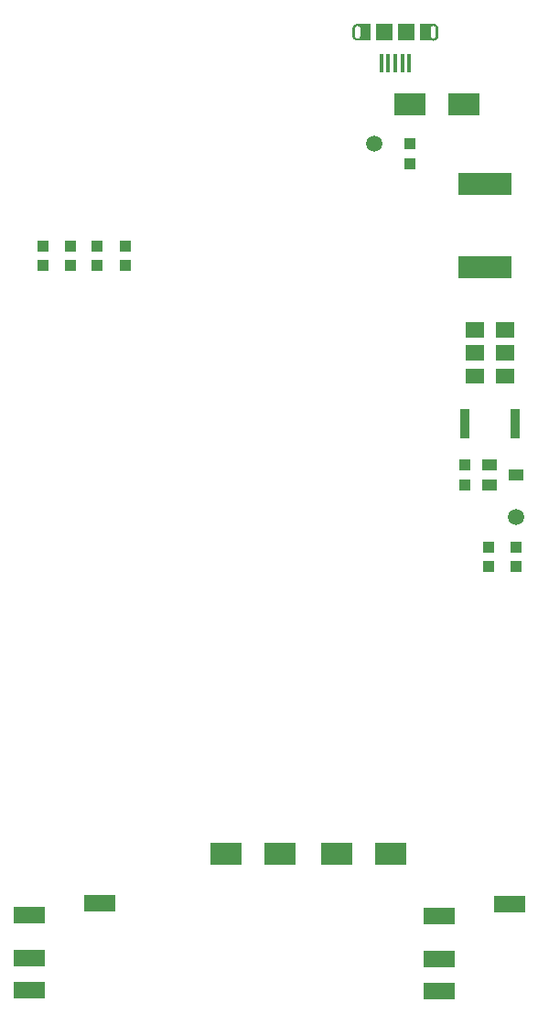
<source format=gtp>
G04*
G04 #@! TF.GenerationSoftware,Altium Limited,Altium Designer,20.0.10 (225)*
G04*
G04 Layer_Color=8421504*
%FSLAX25Y25*%
%MOIN*%
G70*
G01*
G75*
%ADD19C,0.00000*%
%ADD20R,0.19685X0.07874*%
%ADD21R,0.11811X0.05906*%
%ADD22R,0.11811X0.07874*%
%ADD23C,0.05906*%
%ADD24R,0.04300X0.04400*%
%ADD25R,0.05512X0.03937*%
%ADD26R,0.05906X0.06102*%
%ADD27R,0.01575X0.06693*%
%ADD28R,0.03819X0.11142*%
G36*
X279039Y465449D02*
X279142Y465441D01*
X279244Y465429D01*
X279346Y465410D01*
X279445Y465386D01*
X279547Y465358D01*
X279642Y465323D01*
X279736Y465283D01*
X279831Y465240D01*
X279921Y465189D01*
X280008Y465134D01*
X280095Y465079D01*
X280177Y465016D01*
X280256Y464949D01*
X280331Y464878D01*
X280402Y464803D01*
X280469Y464724D01*
X280532Y464642D01*
X280587Y464555D01*
X280642Y464468D01*
X280693Y464378D01*
X280736Y464284D01*
X280776Y464189D01*
X280811Y464094D01*
X280839Y463992D01*
X280862Y463894D01*
X280882Y463791D01*
X280894Y463689D01*
X280902Y463587D01*
X280906Y463484D01*
Y461319D01*
X280902Y461216D01*
X280894Y461114D01*
X280882Y461012D01*
X280862Y460910D01*
X280839Y460811D01*
X280811Y460709D01*
X280776Y460614D01*
X280736Y460520D01*
X280693Y460425D01*
X280642Y460335D01*
X280587Y460248D01*
X280532Y460161D01*
X280469Y460079D01*
X280402Y460000D01*
X280331Y459925D01*
X280256Y459854D01*
X280177Y459787D01*
X280095Y459724D01*
X280008Y459669D01*
X279921Y459614D01*
X279831Y459563D01*
X279736Y459520D01*
X279642Y459480D01*
X279547Y459445D01*
X279445Y459417D01*
X279346Y459394D01*
X279244Y459374D01*
X279142Y459362D01*
X279039Y459354D01*
X278937Y459350D01*
X274213D01*
Y465453D01*
X278937D01*
X279039Y465449D01*
D02*
G37*
G36*
X256102Y459350D02*
X251378D01*
X251276Y459354D01*
X251173Y459362D01*
X251071Y459374D01*
X250969Y459394D01*
X250870Y459417D01*
X250768Y459445D01*
X250673Y459480D01*
X250579Y459520D01*
X250484Y459563D01*
X250394Y459614D01*
X250307Y459669D01*
X250220Y459724D01*
X250138Y459787D01*
X250059Y459854D01*
X249984Y459925D01*
X249913Y460000D01*
X249847Y460079D01*
X249783Y460161D01*
X249728Y460248D01*
X249673Y460335D01*
X249622Y460425D01*
X249579Y460520D01*
X249539Y460614D01*
X249504Y460709D01*
X249476Y460811D01*
X249453Y460910D01*
X249433Y461012D01*
X249421Y461114D01*
X249413Y461216D01*
X249410Y461319D01*
Y463484D01*
X249413Y463587D01*
X249421Y463689D01*
X249433Y463791D01*
X249453Y463894D01*
X249476Y463992D01*
X249504Y464094D01*
X249539Y464189D01*
X249579Y464284D01*
X249622Y464378D01*
X249673Y464468D01*
X249728Y464555D01*
X249783Y464642D01*
X249847Y464724D01*
X249913Y464803D01*
X249984Y464878D01*
X250059Y464949D01*
X250138Y465016D01*
X250220Y465079D01*
X250307Y465134D01*
X250394Y465189D01*
X250484Y465240D01*
X250579Y465283D01*
X250673Y465323D01*
X250768Y465358D01*
X250870Y465386D01*
X250969Y465410D01*
X251071Y465429D01*
X251173Y465441D01*
X251276Y465449D01*
X251378Y465453D01*
X256102D01*
Y459350D01*
D02*
G37*
G36*
X308543Y351201D02*
X301772D01*
Y356673D01*
X308543D01*
Y351201D01*
D02*
G37*
G36*
X297441D02*
X290669D01*
Y356673D01*
X297441D01*
Y351201D01*
D02*
G37*
G36*
X308543Y342854D02*
X301772D01*
Y348327D01*
X308543D01*
Y342854D01*
D02*
G37*
G36*
X297441D02*
X290669D01*
Y348327D01*
X297441D01*
Y342854D01*
D02*
G37*
G36*
X308543Y334508D02*
X301772D01*
Y339980D01*
X308543D01*
Y334508D01*
D02*
G37*
G36*
X297441D02*
X290669D01*
Y339980D01*
X297441D01*
Y334508D01*
D02*
G37*
%LPC*%
G36*
X278988Y464665D02*
X278886D01*
X278835Y464661D01*
X278783Y464653D01*
X278732Y464646D01*
X278681Y464630D01*
X278634Y464618D01*
X278583Y464598D01*
X278535Y464579D01*
X278492Y464559D01*
X278445Y464535D01*
X278402Y464508D01*
X278358Y464476D01*
X278319Y464445D01*
X278279Y464413D01*
X278240Y464378D01*
X278205Y464339D01*
X278173Y464299D01*
X278142Y464260D01*
X278110Y464217D01*
X278083Y464173D01*
X278059Y464126D01*
X278039Y464083D01*
X278020Y464035D01*
X278000Y463984D01*
X277988Y463937D01*
X277972Y463886D01*
X277965Y463835D01*
X277957Y463784D01*
X277953Y463732D01*
Y463681D01*
Y461122D01*
Y461071D01*
X277957Y461020D01*
X277965Y460968D01*
X277972Y460917D01*
X277988Y460866D01*
X278000Y460819D01*
X278020Y460768D01*
X278039Y460720D01*
X278059Y460677D01*
X278083Y460630D01*
X278110Y460587D01*
X278142Y460543D01*
X278173Y460504D01*
X278205Y460465D01*
X278240Y460425D01*
X278279Y460390D01*
X278319Y460358D01*
X278358Y460327D01*
X278402Y460295D01*
X278445Y460268D01*
X278492Y460244D01*
X278535Y460224D01*
X278583Y460205D01*
X278634Y460185D01*
X278681Y460173D01*
X278732Y460157D01*
X278783Y460150D01*
X278835Y460142D01*
X278886Y460138D01*
X278988D01*
X279039Y460142D01*
X279091Y460150D01*
X279142Y460157D01*
X279193Y460173D01*
X279240Y460185D01*
X279291Y460205D01*
X279339Y460224D01*
X279382Y460244D01*
X279429Y460268D01*
X279472Y460295D01*
X279516Y460327D01*
X279555Y460358D01*
X279594Y460390D01*
X279634Y460425D01*
X279669Y460465D01*
X279701Y460504D01*
X279732Y460543D01*
X279764Y460587D01*
X279791Y460630D01*
X279815Y460677D01*
X279835Y460720D01*
X279854Y460768D01*
X279874Y460819D01*
X279886Y460866D01*
X279902Y460917D01*
X279909Y460968D01*
X279917Y461020D01*
X279921Y461071D01*
Y461122D01*
Y463681D01*
Y463732D01*
X279917Y463784D01*
X279909Y463835D01*
X279902Y463886D01*
X279886Y463937D01*
X279874Y463984D01*
X279854Y464035D01*
X279835Y464083D01*
X279815Y464126D01*
X279791Y464173D01*
X279764Y464217D01*
X279732Y464260D01*
X279701Y464299D01*
X279669Y464339D01*
X279634Y464378D01*
X279594Y464413D01*
X279555Y464445D01*
X279516Y464476D01*
X279472Y464508D01*
X279429Y464535D01*
X279382Y464559D01*
X279339Y464579D01*
X279291Y464598D01*
X279240Y464618D01*
X279193Y464630D01*
X279142Y464646D01*
X279091Y464653D01*
X279039Y464661D01*
X278988Y464665D01*
D02*
G37*
G36*
X251429D02*
X251327D01*
X251276Y464661D01*
X251224Y464653D01*
X251173Y464646D01*
X251122Y464630D01*
X251075Y464618D01*
X251024Y464598D01*
X250976Y464579D01*
X250933Y464559D01*
X250886Y464535D01*
X250842Y464508D01*
X250799Y464476D01*
X250760Y464445D01*
X250721Y464413D01*
X250681Y464378D01*
X250646Y464339D01*
X250614Y464299D01*
X250583Y464260D01*
X250551Y464217D01*
X250524Y464173D01*
X250500Y464126D01*
X250480Y464083D01*
X250461Y464035D01*
X250441Y463984D01*
X250429Y463937D01*
X250413Y463886D01*
X250406Y463835D01*
X250398Y463784D01*
X250394Y463732D01*
Y463681D01*
Y461122D01*
Y461071D01*
X250398Y461020D01*
X250406Y460968D01*
X250413Y460917D01*
X250429Y460866D01*
X250441Y460819D01*
X250461Y460768D01*
X250480Y460720D01*
X250500Y460677D01*
X250524Y460630D01*
X250551Y460587D01*
X250583Y460543D01*
X250614Y460504D01*
X250646Y460465D01*
X250681Y460425D01*
X250721Y460390D01*
X250760Y460358D01*
X250799Y460327D01*
X250842Y460295D01*
X250886Y460268D01*
X250933Y460244D01*
X250976Y460224D01*
X251024Y460205D01*
X251075Y460185D01*
X251122Y460173D01*
X251173Y460157D01*
X251224Y460150D01*
X251276Y460142D01*
X251327Y460138D01*
X251429D01*
X251480Y460142D01*
X251532Y460150D01*
X251583Y460157D01*
X251634Y460173D01*
X251681Y460185D01*
X251732Y460205D01*
X251780Y460224D01*
X251823Y460244D01*
X251870Y460268D01*
X251913Y460295D01*
X251957Y460327D01*
X251996Y460358D01*
X252035Y460390D01*
X252075Y460425D01*
X252110Y460465D01*
X252142Y460504D01*
X252173Y460543D01*
X252205Y460587D01*
X252232Y460630D01*
X252256Y460677D01*
X252276Y460720D01*
X252295Y460768D01*
X252315Y460819D01*
X252327Y460866D01*
X252343Y460917D01*
X252350Y460968D01*
X252358Y461020D01*
X252362Y461071D01*
Y461122D01*
Y463681D01*
Y463732D01*
X252358Y463784D01*
X252350Y463835D01*
X252343Y463886D01*
X252327Y463937D01*
X252315Y463984D01*
X252295Y464035D01*
X252276Y464083D01*
X252256Y464126D01*
X252232Y464173D01*
X252205Y464217D01*
X252173Y464260D01*
X252142Y464299D01*
X252110Y464339D01*
X252075Y464378D01*
X252035Y464413D01*
X251996Y464445D01*
X251957Y464476D01*
X251913Y464508D01*
X251870Y464535D01*
X251823Y464559D01*
X251780Y464579D01*
X251732Y464598D01*
X251681Y464618D01*
X251634Y464630D01*
X251583Y464646D01*
X251532Y464653D01*
X251480Y464661D01*
X251429Y464665D01*
D02*
G37*
%LPD*%
D19*
X251378Y464764D02*
Y465433D01*
X278937Y459370D02*
Y460039D01*
D20*
X297927Y376882D02*
D03*
Y407197D02*
D03*
D21*
X131693Y140945D02*
D03*
Y125197D02*
D03*
Y113386D02*
D03*
X157283Y145276D02*
D03*
X281102Y140551D02*
D03*
Y124803D02*
D03*
Y112992D02*
D03*
X306693Y144882D02*
D03*
D22*
X263386Y162992D02*
D03*
X243701D02*
D03*
X203543D02*
D03*
X223228D02*
D03*
X290158Y436221D02*
D03*
X270472D02*
D03*
D23*
X309055Y285827D02*
D03*
X257480Y421654D02*
D03*
D24*
X309055Y267717D02*
D03*
Y274803D02*
D03*
X299213Y274803D02*
D03*
Y267717D02*
D03*
X290551Y297638D02*
D03*
Y304724D02*
D03*
X270472Y421654D02*
D03*
Y414567D02*
D03*
X136811Y377559D02*
D03*
Y384646D02*
D03*
X146654Y377559D02*
D03*
Y384646D02*
D03*
X156496Y377559D02*
D03*
Y384646D02*
D03*
X166732Y377559D02*
D03*
Y384646D02*
D03*
D25*
X299606Y297441D02*
D03*
Y304921D02*
D03*
X309055Y301181D02*
D03*
D26*
X261221Y462402D02*
D03*
X269094D02*
D03*
D27*
X260039Y451083D02*
D03*
X262598D02*
D03*
X265158D02*
D03*
X267717D02*
D03*
X270276D02*
D03*
D28*
X290591Y319921D02*
D03*
X308622D02*
D03*
M02*

</source>
